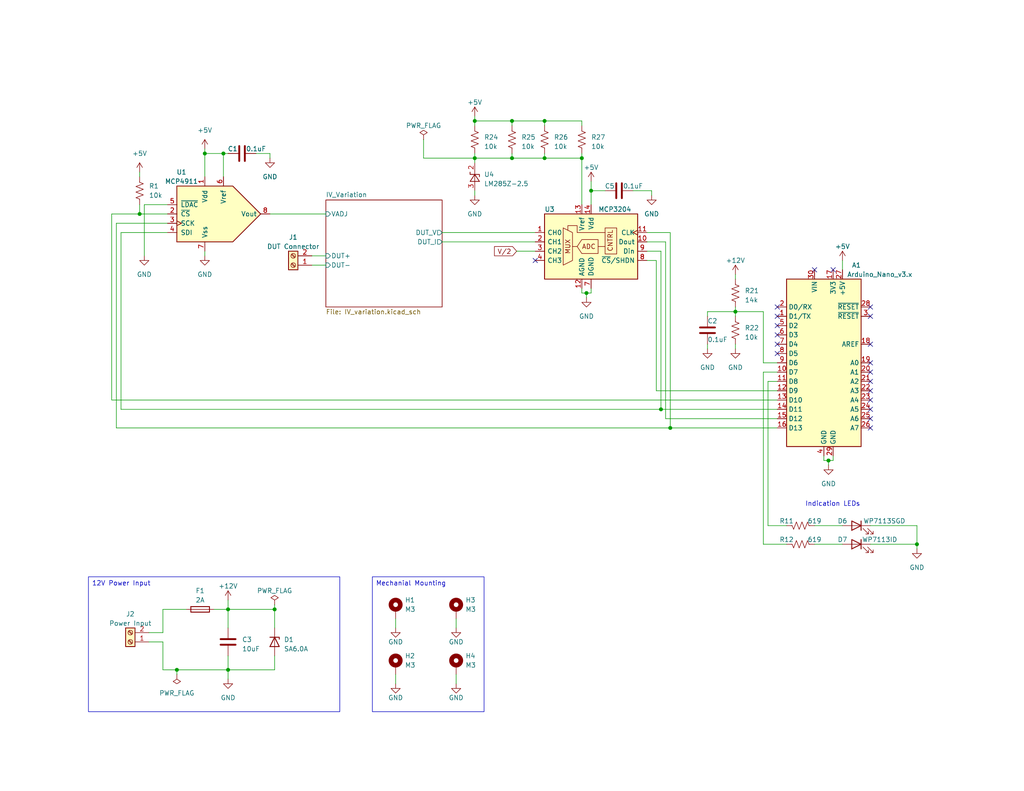
<source format=kicad_sch>
(kicad_sch (version 20230121) (generator eeschema)
  (paper "USLetter")
  (title_block (title "USB Curve Tracer") (date "2023-08-05") (rev "2") (comment 1 "Designed by Marek Newton"))
  (lib_symbols
    (symbol "Analog_ADC:MCP3204" (pin_names (offset 0.762))
      (property "Reference" "U" (at -5.08 10.795 0))
      (property "Value" "MCP3204" (at -5.08 8.89 0))
      (symbol "MCP3204_0_0"
        (text "ADC" (at -0.635 -1.27 0) (effects (font (size 1.27 1.27))))
        (text "CNTRL" (at 5.969 -2.667 900) (effects (font (size 1.27 1.27)) (justify left bottom)))
        (text "MUX" (at -6.35 -1.27 900) (effects (font (size 1.27 1.27))))
      )
      (symbol "MCP3204_0_1"
        (polyline (pts (xy -5.08 -1.27) (xy -3.81 -1.27)))
        (polyline (pts (xy 1.905 -1.27) (xy 3.81 -1.27)))
        (polyline (pts (xy -7.62 3.81) (xy -7.62 -6.35) (xy -5.08 -5.08) (xy -5.08 2.54) (xy -7.62 3.81)))
        (polyline (pts (xy 3.81 2.54) (xy -3.81 2.54) (xy -3.81 4.445) (xy -6.35 4.445) (xy -6.35 3.175)))
        (polyline (pts (xy -3.81 -1.27) (xy -2.54 0.635) (xy 1.905 0.635) (xy 1.905 -3.175) (xy -2.54 -3.175) (xy -3.81 -1.27)))
        (rectangle (start 3.81 -3.302) (end 6.985 3.81))
        (rectangle (start 12.7 7.62) (end -12.7 -10.16) (stroke (width 0.254)) (fill (type background)))
      )
      (symbol "MCP3204_1_1"
        (pin input line (at -15.24 2.54 0) (length 2.54) (name "CH0") (number "1"))
        (pin output line (at 15.24 0 180) (length 2.54) (name "Dout") (number "10"))
        (pin input clock (at 15.24 2.54 180) (length 2.54) (name "CLK") (number "11"))
        (pin power_in line (at -2.54 -12.7 90) (length 2.54) (name "AGND") (number "12"))
        (pin power_in line (at -2.54 10.16 270) (length 2.54) (name "Vref") (number "13"))
        (pin power_in line (at 0 10.16 270) (length 2.54) (name "Vdd") (number "14"))
        (pin input line (at -15.24 0 0) (length 2.54) (name "CH1") (number "2"))
        (pin input line (at -15.24 -2.54 0) (length 2.54) (name "CH2") (number "3"))
        (pin input line (at -15.24 -5.08 0) (length 2.54) (name "CH3") (number "4"))
        (pin no_connect line (at -10.16 -10.16 90) (length 2.54) hide (name "NC") (number "5"))
        (pin no_connect line (at -7.62 -10.16 90) (length 2.54) hide (name "NC") (number "6"))
        (pin power_in line (at 0 -12.7 90) (length 2.54) (name "DGND") (number "7"))
        (pin input line (at 15.24 -5.08 180) (length 2.54) (name "~{CS}/SHDN") (number "8"))
        (pin input line (at 15.24 -2.54 180) (length 2.54) (name "Din") (number "9"))
      )
    )
    (symbol "Analog_DAC:MCP4911" (pin_names (offset 1.016))
      (property "Reference" "U" (at 6.35 10.795 0))
      (property "Value" "MCP4911" (at 6.35 8.89 0))
      (symbol "MCP4911_0_0"
        (polyline (pts (xy 15.24 0) (xy 7.62 7.62) (xy -7.62 7.62) (xy -7.62 -7.62) (xy 7.62 -7.62) (xy 15.24 0)) (stroke (width 0.254)) (fill (type background)))
      )
      (symbol "MCP4911_1_1"
        (pin power_in line (at 0 10.16 270) (length 2.54) (name "Vdd") (number "1"))
        (pin input line (at -10.16 0 0) (length 2.54) (name "~{CS}") (number "2"))
        (pin input clock (at -10.16 -2.54 0) (length 2.54) (name "SCK") (number "3"))
        (pin input line (at -10.16 -5.08 0) (length 2.54) (name "SDI") (number "4"))
        (pin input line (at -10.16 2.54 0) (length 2.54) (name "~{LDAC}") (number "5"))
        (pin power_in line (at 5.08 10.16 270) (length 2.54) (name "Vref") (number "6"))
        (pin power_in line (at 0 -10.16 90) (length 2.54) (name "Vss") (number "7"))
        (pin output line (at 17.78 0 180) (length 2.54) (name "Vout") (number "8"))
      )
    )
    (symbol "Connector:Screw_Terminal_01x02" (pin_names (offset 1.016) hide)
      (property "Reference" "J" (at 0 2.54 0))
      (property "Value" "Screw_Terminal_01x02" (at 0 -5.08 0))
      (symbol "Screw_Terminal_01x02_1_1"
        (rectangle (start -1.27 1.27) (end 1.27 -3.81) (stroke (width 0.254)) (fill (type background)))
        (circle (center 0 -2.54) (radius 0.635) (stroke (width 0.1524)))
        (polyline (pts (xy -0.5334 -2.2098) (xy 0.3302 -3.048)) (stroke (width 0.1524)))
        (polyline (pts (xy -0.5334 0.3302) (xy 0.3302 -0.508)) (stroke (width 0.1524)))
        (polyline (pts (xy -0.3556 -2.032) (xy 0.508 -2.8702)) (stroke (width 0.1524)))
        (polyline (pts (xy -0.3556 0.508) (xy 0.508 -0.3302)) (stroke (width 0.1524)))
        (circle (center 0 0) (radius 0.635) (stroke (width 0.1524)))
        (pin passive line (at -5.08 0 0) (length 3.81) (name "Pin_1") (number "1"))
        (pin passive line (at -5.08 -2.54 0) (length 3.81) (name "Pin_2") (number "2"))
      )
    )
    (symbol "Device:C" (pin_numbers hide) (pin_names (offset 0.254))
      (property "Reference" "C" (at 0.635 2.54 0))
      (property "Value" "C" (at 0.635 -2.54 0))
      (symbol "C_0_1"
        (polyline (pts (xy -2.032 -0.762) (xy 2.032 -0.762)) (stroke (width 0.508)))
        (polyline (pts (xy -2.032 0.762) (xy 2.032 0.762)) (stroke (width 0.508)))
      )
      (symbol "C_1_1"
        (pin passive line (at 0 3.81 270) (length 2.794) (name "~") (number "1"))
        (pin passive line (at 0 -3.81 90) (length 2.794) (name "~") (number "2"))
      )
    )
    (symbol "Device:D_Zener" (pin_numbers hide) (pin_names (offset 1.016) hide)
      (property "Reference" "D" (at 0 2.54 0))
      (property "Value" "D_Zener" (at 0 -2.54 0))
      (symbol "D_Zener_0_1"
        (polyline (pts (xy 1.27 0) (xy -1.27 0)))
        (polyline (pts (xy -1.27 -1.27) (xy -1.27 1.27) (xy -0.762 1.27)) (stroke (width 0.254)))
        (polyline (pts (xy 1.27 -1.27) (xy 1.27 1.27) (xy -1.27 0) (xy 1.27 -1.27)) (stroke (width 0.254)))
      )
      (symbol "D_Zener_1_1"
        (pin passive line (at -3.81 0 0) (length 2.54) (name "K") (number "1"))
        (pin passive line (at 3.81 0 180) (length 2.54) (name "A") (number "2"))
      )
    )
    (symbol "Device:Fuse" (pin_numbers hide) (pin_names (offset 0))
      (property "Reference" "F" (at 2.032 0 90))
      (property "Value" "Fuse" (at -1.905 0 90))
      (symbol "Fuse_0_1"
        (rectangle (start -0.762 -2.54) (end 0.762 2.54) (stroke (width 0.254)))
        (polyline (pts (xy 0 2.54) (xy 0 -2.54)))
      )
      (symbol "Fuse_1_1"
        (pin passive line (at 0 3.81 270) (length 1.27) (name "~") (number "1"))
        (pin passive line (at 0 -3.81 90) (length 1.27) (name "~") (number "2"))
      )
    )
    (symbol "Device:LED" (pin_numbers hide) (pin_names (offset 1.016) hide)
      (property "Reference" "D" (at 0 2.54 0))
      (property "Value" "LED" (at 0 -2.54 0))
      (symbol "LED_0_1"
        (polyline (pts (xy -1.27 -1.27) (xy -1.27 1.27)) (stroke (width 0.254)))
        (polyline (pts (xy -1.27 0) (xy 1.27 0)))
        (polyline (pts (xy 1.27 -1.27) (xy 1.27 1.27) (xy -1.27 0) (xy 1.27 -1.27)) (stroke (width 0.254)))
        (polyline (pts (xy -3.048 -0.762) (xy -4.572 -2.286) (xy -3.81 -2.286) (xy -4.572 -2.286) (xy -4.572 -1.524)))
        (polyline (pts (xy -1.778 -0.762) (xy -3.302 -2.286) (xy -2.54 -2.286) (xy -3.302 -2.286) (xy -3.302 -1.524)))
      )
      (symbol "LED_1_1"
        (pin passive line (at -3.81 0 0) (length 2.54) (name "K") (number "1"))
        (pin passive line (at 3.81 0 180) (length 2.54) (name "A") (number "2"))
      )
    )
    (symbol "Device:R_US" (pin_numbers hide) (pin_names (offset 0))
      (property "Reference" "R" (at 2.54 0 90))
      (property "Value" "R_US" (at -2.54 0 90))
      (symbol "R_US_0_1"
        (polyline (pts (xy 0 -2.286) (xy 0 -2.54)))
        (polyline (pts (xy 0 2.286) (xy 0 2.54)))
        (polyline (pts (xy 0 -0.762) (xy 1.016 -1.143) (xy 0 -1.524) (xy -1.016 -1.905) (xy 0 -2.286)))
        (polyline (pts (xy 0 0.762) (xy 1.016 0.381) (xy 0 0) (xy -1.016 -0.381) (xy 0 -0.762)))
        (polyline (pts (xy 0 2.286) (xy 1.016 1.905) (xy 0 1.524) (xy -1.016 1.143) (xy 0 0.762)))
      )
      (symbol "R_US_1_1"
        (pin passive line (at 0 3.81 270) (length 1.27) (name "~") (number "1"))
        (pin passive line (at 0 -3.81 90) (length 1.27) (name "~") (number "2"))
      )
    )
    (symbol "MCU_Module:Arduino_Nano_v3.x"
      (property "Reference" "A" (at -10.16 23.495 0))
      (property "Value" "Arduino_Nano_v3.x" (at 5.08 -24.13 0))
      (symbol "Arduino_Nano_v3.x_0_1"
        (rectangle (start -10.16 22.86) (end 10.16 -22.86) (stroke (width 0.254)) (fill (type background)))
      )
      (symbol "Arduino_Nano_v3.x_1_1"
        (pin bidirectional line (at -12.7 12.7 0) (length 2.54) (name "D1/TX") (number "1"))
        (pin bidirectional line (at -12.7 -2.54 0) (length 2.54) (name "D7") (number "10"))
        (pin bidirectional line (at -12.7 -5.08 0) (length 2.54) (name "D8") (number "11"))
        (pin bidirectional line (at -12.7 -7.62 0) (length 2.54) (name "D9") (number "12"))
        (pin bidirectional line (at -12.7 -10.16 0) (length 2.54) (name "D10") (number "13"))
        (pin bidirectional line (at -12.7 -12.7 0) (length 2.54) (name "D11") (number "14"))
        (pin bidirectional line (at -12.7 -15.24 0) (length 2.54) (name "D12") (number "15"))
        (pin bidirectional line (at -12.7 -17.78 0) (length 2.54) (name "D13") (number "16"))
        (pin power_out line (at 2.54 25.4 270) (length 2.54) (name "3V3") (number "17"))
        (pin input line (at 12.7 5.08 180) (length 2.54) (name "AREF") (number "18"))
        (pin bidirectional line (at 12.7 0 180) (length 2.54) (name "A0") (number "19"))
        (pin bidirectional line (at -12.7 15.24 0) (length 2.54) (name "D0/RX") (number "2"))
        (pin bidirectional line (at 12.7 -2.54 180) (length 2.54) (name "A1") (number "20"))
        (pin bidirectional line (at 12.7 -5.08 180) (length 2.54) (name "A2") (number "21"))
        (pin bidirectional line (at 12.7 -7.62 180) (length 2.54) (name "A3") (number "22"))
        (pin bidirectional line (at 12.7 -10.16 180) (length 2.54) (name "A4") (number "23"))
        (pin bidirectional line (at 12.7 -12.7 180) (length 2.54) (name "A5") (number "24"))
        (pin bidirectional line (at 12.7 -15.24 180) (length 2.54) (name "A6") (number "25"))
        (pin bidirectional line (at 12.7 -17.78 180) (length 2.54) (name "A7") (number "26"))
        (pin power_out line (at 5.08 25.4 270) (length 2.54) (name "+5V") (number "27"))
        (pin input line (at 12.7 15.24 180) (length 2.54) (name "~{RESET}") (number "28"))
        (pin power_in line (at 2.54 -25.4 90) (length 2.54) (name "GND") (number "29"))
        (pin input line (at 12.7 12.7 180) (length 2.54) (name "~{RESET}") (number "3"))
        (pin power_in line (at -2.54 25.4 270) (length 2.54) (name "VIN") (number "30"))
        (pin power_in line (at 0 -25.4 90) (length 2.54) (name "GND") (number "4"))
        (pin bidirectional line (at -12.7 10.16 0) (length 2.54) (name "D2") (number "5"))
        (pin bidirectional line (at -12.7 7.62 0) (length 2.54) (name "D3") (number "6"))
        (pin bidirectional line (at -12.7 5.08 0) (length 2.54) (name "D4") (number "7"))
        (pin bidirectional line (at -12.7 2.54 0) (length 2.54) (name "D5") (number "8"))
        (pin bidirectional line (at -12.7 0 0) (length 2.54) (name "D6") (number "9"))
      )
    )
    (symbol "Mechanical:MountingHole_Pad" (pin_numbers hide) (pin_names (offset 1.016) hide)
      (property "Reference" "H" (at 0 6.35 0))
      (property "Value" "MountingHole_Pad" (at 0 4.445 0))
      (symbol "MountingHole_Pad_0_1"
        (circle (center 0 1.27) (radius 1.27) (stroke (width 1.27)))
      )
      (symbol "MountingHole_Pad_1_1"
        (pin input line (at 0 -2.54 90) (length 2.54) (name "1") (number "1"))
      )
    )
    (symbol "Reference_Voltage:LM285Z-2.5" (pin_names (offset 0.0254) hide)
      (property "Reference" "U" (at 0 2.54 0))
      (property "Value" "LM285Z-2.5" (at 0 -3.175 0))
      (symbol "LM285Z-2.5_0_1"
        (polyline (pts (xy -1.27 0) (xy 0 0) (xy 1.27 0)))
        (polyline (pts (xy -1.27 -1.27) (xy 0.635 0) (xy -1.27 1.27) (xy -1.27 -1.27)) (stroke (width 0.2032)))
        (polyline (pts (xy 0 -1.27) (xy 0.635 -1.27) (xy 0.635 1.27) (xy 1.27 1.27)) (stroke (width 0.2032)))
      )
      (symbol "LM285Z-2.5_1_1"
        (pin passive line (at 3.81 0 180) (length 2.54) (name "K") (number "2"))
        (pin passive line (at -3.81 0 0) (length 2.54) (name "A") (number "3"))
      )
    )
    (symbol "power:+12V" (power) (pin_names (offset 0))
      (property "Value" "+12V" (at 0 3.556 0))
      (symbol "+12V_0_1"
        (polyline (pts (xy -0.762 1.27) (xy 0 2.54)))
        (polyline (pts (xy 0 0) (xy 0 2.54)))
        (polyline (pts (xy 0 2.54) (xy 0.762 1.27)))
      )
      (symbol "+12V_1_1"
        (pin power_in line (at 0 0 90) (length 0) hide (name "+12V") (number "1"))
      )
    )
    (symbol "power:+5V" (power) (pin_names (offset 0))
      (property "Value" "+5V" (at 0 3.556 0))
      (symbol "+5V_0_1"
        (polyline (pts (xy -0.762 1.27) (xy 0 2.54)))
        (polyline (pts (xy 0 0) (xy 0 2.54)))
        (polyline (pts (xy 0 2.54) (xy 0.762 1.27)))
      )
      (symbol "+5V_1_1"
        (pin power_in line (at 0 0 90) (length 0) hide (name "+5V") (number "1"))
      )
    )
    (symbol "power:GND" (power) (pin_names (offset 0))
      (property "Value" "GND" (at 0 -3.81 0))
      (symbol "GND_0_1"
        (polyline (pts (xy 0 0) (xy 0 -1.27) (xy 1.27 -1.27) (xy 0 -2.54) (xy -1.27 -1.27) (xy 0 -1.27)))
      )
      (symbol "GND_1_1"
        (pin power_in line (at 0 0 270) (length 0) hide (name "GND") (number "1"))
      )
    )
    (symbol "power:PWR_FLAG" (power) (pin_numbers hide) (pin_names (offset 0) hide)
      (property "Value" "PWR_FLAG" (at 0 3.81 0))
      (symbol "PWR_FLAG_0_0"
        (pin power_out line (at 0 0 90) (length 0) (name "pwr") (number "1"))
      )
      (symbol "PWR_FLAG_0_1"
        (polyline (pts (xy 0 0) (xy 0 1.27) (xy -1.016 1.905) (xy 0 2.54) (xy 1.016 1.905) (xy 0 1.27)))
      )
    )
  )
  (junction (at 62.23 182.88))
  (junction (at 139.7 33.02))
  (junction (at 182.88 116.84))
  (junction (at 250.19 148.59))
  (junction (at 160.02 80.01))
  (junction (at 139.7 43.18))
  (junction (at 48.26 182.88))
  (junction (at 60.96 41.91))
  (junction (at 62.23 166.37))
  (junction (at 148.59 43.18))
  (junction (at 200.66 85.09))
  (junction (at 148.59 33.02))
  (junction (at 129.54 33.02))
  (junction (at 158.75 43.18))
  (junction (at 38.1 58.42))
  (junction (at 129.54 43.18))
  (junction (at 226.06 125.73))
  (junction (at 180.34 111.76))
  (junction (at 55.88 41.91))
  (junction (at 161.29 52.07))
  (junction (at 74.93 166.37))
  (no_connect (at 146.05 71.12))
  (no_connect (at 237.49 99.06))
  (no_connect (at 237.49 104.14))
  (no_connect (at 237.49 83.82))
  (no_connect (at 212.09 91.44))
  (no_connect (at 237.49 116.84))
  (no_connect (at 237.49 111.76))
  (no_connect (at 227.33 73.66))
  (no_connect (at 237.49 114.3))
  (no_connect (at 237.49 93.98))
  (no_connect (at 212.09 88.9))
  (no_connect (at 237.49 86.36))
  (no_connect (at 212.09 93.98))
  (no_connect (at 237.49 101.6))
  (no_connect (at 237.49 106.68))
  (no_connect (at 212.09 86.36))
  (no_connect (at 212.09 96.52))
  (no_connect (at 222.25 73.66))
  (no_connect (at 237.49 109.22))
  (no_connect (at 212.09 83.82))
  (wire (pts (xy 129.54 43.18) (xy 139.7 43.18)))
  (wire (pts (xy 40.64 172.72) (xy 44.45 172.72)))
  (wire (pts (xy 120.65 63.5) (xy 146.05 63.5)))
  (wire (pts (xy 250.19 148.59) (xy 237.49 148.59)))
  (wire (pts (xy 33.02 111.76) (xy 180.34 111.76)))
  (wire (pts (xy 182.88 116.84) (xy 182.88 63.5)))
  (wire (pts (xy 208.28 101.6) (xy 208.28 148.59)))
  (wire (pts (xy 200.66 83.82) (xy 200.66 85.09)))
  (wire (pts (xy 129.54 41.91) (xy 129.54 43.18)))
  (wire (pts (xy 30.48 109.22) (xy 30.48 58.42)))
  (wire (pts (xy 148.59 41.91) (xy 148.59 43.18)))
  (wire (pts (xy 224.79 125.73) (xy 226.06 125.73)))
  (wire (pts (xy 229.87 148.59) (xy 222.25 148.59)))
  (wire (pts (xy 58.42 166.37) (xy 62.23 166.37)))
  (wire (pts (xy 31.75 116.84) (xy 182.88 116.84)))
  (wire (pts (xy 200.66 85.09) (xy 200.66 86.36)))
  (wire (pts (xy 33.02 111.76) (xy 33.02 63.5)))
  (wire (pts (xy 250.19 148.59) (xy 250.19 143.51)))
  (wire (pts (xy 208.28 148.59) (xy 214.63 148.59)))
  (wire (pts (xy 74.93 179.07) (xy 74.93 182.88)))
  (wire (pts (xy 139.7 41.91) (xy 139.7 43.18)))
  (wire (pts (xy 227.33 125.73) (xy 227.33 124.46)))
  (wire (pts (xy 161.29 52.07) (xy 165.1 52.07)))
  (wire (pts (xy 181.61 114.3) (xy 181.61 66.04)))
  (wire (pts (xy 48.26 182.88) (xy 48.26 184.15)))
  (wire (pts (xy 177.8 52.07) (xy 177.8 53.34)))
  (wire (pts (xy 161.29 52.07) (xy 161.29 55.88)))
  (wire (pts (xy 85.09 69.85) (xy 88.9 69.85)))
  (wire (pts (xy 30.48 109.22) (xy 212.09 109.22)))
  (wire (pts (xy 48.26 182.88) (xy 62.23 182.88)))
  (wire (pts (xy 212.09 101.6) (xy 208.28 101.6)))
  (wire (pts (xy 44.45 175.26) (xy 44.45 182.88)))
  (wire (pts (xy 74.93 182.88) (xy 62.23 182.88)))
  (wire (pts (xy 160.02 80.01) (xy 160.02 81.28)))
  (wire (pts (xy 129.54 31.75) (xy 129.54 33.02)))
  (wire (pts (xy 158.75 78.74) (xy 158.75 80.01)))
  (wire (pts (xy 224.79 124.46) (xy 224.79 125.73)))
  (wire (pts (xy 62.23 179.07) (xy 62.23 182.88)))
  (wire (pts (xy 160.02 80.01) (xy 161.29 80.01)))
  (wire (pts (xy 226.06 125.73) (xy 227.33 125.73)))
  (wire (pts (xy 62.23 166.37) (xy 74.93 166.37)))
  (wire (pts (xy 55.88 41.91) (xy 55.88 48.26)))
  (wire (pts (xy 38.1 46.99) (xy 38.1 48.26)))
  (wire (pts (xy 140.97 68.58) (xy 146.05 68.58)))
  (wire (pts (xy 148.59 33.02) (xy 148.59 34.29)))
  (wire (pts (xy 115.57 43.18) (xy 129.54 43.18)))
  (wire (pts (xy 172.72 52.07) (xy 177.8 52.07)))
  (wire (pts (xy 55.88 40.64) (xy 55.88 41.91)))
  (wire (pts (xy 31.75 60.96) (xy 45.72 60.96)))
  (wire (pts (xy 180.34 68.58) (xy 180.34 111.76)))
  (wire (pts (xy 208.28 99.06) (xy 212.09 99.06)))
  (wire (pts (xy 250.19 149.86) (xy 250.19 148.59)))
  (wire (pts (xy 73.66 41.91) (xy 73.66 43.18)))
  (wire (pts (xy 60.96 41.91) (xy 60.96 48.26)))
  (wire (pts (xy 124.46 184.15) (xy 124.46 186.69)))
  (wire (pts (xy 38.1 58.42) (xy 38.1 55.88)))
  (wire (pts (xy 124.46 168.91) (xy 124.46 171.45)))
  (wire (pts (xy 39.37 55.88) (xy 45.72 55.88)))
  (wire (pts (xy 107.95 168.91) (xy 107.95 171.45)))
  (wire (pts (xy 74.93 165.1) (xy 74.93 166.37)))
  (wire (pts (xy 40.64 175.26) (xy 44.45 175.26)))
  (wire (pts (xy 139.7 33.02) (xy 148.59 33.02)))
  (wire (pts (xy 115.57 38.1) (xy 115.57 43.18)))
  (wire (pts (xy 180.34 111.76) (xy 212.09 111.76)))
  (wire (pts (xy 212.09 114.3) (xy 181.61 114.3)))
  (wire (pts (xy 161.29 49.53) (xy 161.29 52.07)))
  (wire (pts (xy 73.66 58.42) (xy 88.9 58.42)))
  (wire (pts (xy 39.37 69.85) (xy 39.37 55.88)))
  (wire (pts (xy 62.23 166.37) (xy 62.23 171.45)))
  (wire (pts (xy 214.63 143.51) (xy 209.55 143.51)))
  (wire (pts (xy 212.09 106.68) (xy 179.07 106.68)))
  (wire (pts (xy 229.87 143.51) (xy 222.25 143.51)))
  (wire (pts (xy 129.54 33.02) (xy 129.54 34.29)))
  (wire (pts (xy 30.48 58.42) (xy 38.1 58.42)))
  (wire (pts (xy 55.88 41.91) (xy 60.96 41.91)))
  (wire (pts (xy 209.55 104.14) (xy 212.09 104.14)))
  (wire (pts (xy 226.06 125.73) (xy 226.06 127)))
  (wire (pts (xy 212.09 116.84) (xy 182.88 116.84)))
  (wire (pts (xy 237.49 143.51) (xy 250.19 143.51)))
  (wire (pts (xy 44.45 172.72) (xy 44.45 166.37)))
  (wire (pts (xy 62.23 166.37) (xy 62.23 163.83)))
  (wire (pts (xy 200.66 74.93) (xy 200.66 76.2)))
  (wire (pts (xy 179.07 71.12) (xy 176.53 71.12)))
  (wire (pts (xy 55.88 68.58) (xy 55.88 69.85)))
  (wire (pts (xy 129.54 52.07) (xy 129.54 53.34)))
  (wire (pts (xy 176.53 68.58) (xy 180.34 68.58)))
  (wire (pts (xy 45.72 58.42) (xy 38.1 58.42)))
  (wire (pts (xy 229.87 71.12) (xy 229.87 73.66)))
  (wire (pts (xy 44.45 182.88) (xy 48.26 182.88)))
  (wire (pts (xy 179.07 106.68) (xy 179.07 71.12)))
  (wire (pts (xy 62.23 182.88) (xy 62.23 185.42)))
  (wire (pts (xy 60.96 41.91) (xy 62.23 41.91)))
  (wire (pts (xy 158.75 43.18) (xy 158.75 55.88)))
  (wire (pts (xy 161.29 78.74) (xy 161.29 80.01)))
  (wire (pts (xy 69.85 41.91) (xy 73.66 41.91)))
  (wire (pts (xy 193.04 95.25) (xy 193.04 93.98)))
  (wire (pts (xy 182.88 63.5) (xy 176.53 63.5)))
  (wire (pts (xy 120.65 66.04) (xy 146.05 66.04)))
  (wire (pts (xy 148.59 43.18) (xy 158.75 43.18)))
  (wire (pts (xy 181.61 66.04) (xy 176.53 66.04)))
  (wire (pts (xy 129.54 33.02) (xy 139.7 33.02)))
  (wire (pts (xy 158.75 33.02) (xy 158.75 34.29)))
  (wire (pts (xy 209.55 143.51) (xy 209.55 104.14)))
  (wire (pts (xy 139.7 43.18) (xy 148.59 43.18)))
  (wire (pts (xy 158.75 41.91) (xy 158.75 43.18)))
  (wire (pts (xy 200.66 93.98) (xy 200.66 95.25)))
  (wire (pts (xy 44.45 166.37) (xy 50.8 166.37)))
  (wire (pts (xy 158.75 80.01) (xy 160.02 80.01)))
  (wire (pts (xy 85.09 72.39) (xy 88.9 72.39)))
  (wire (pts (xy 33.02 63.5) (xy 45.72 63.5)))
  (wire (pts (xy 200.66 85.09) (xy 208.28 85.09)))
  (wire (pts (xy 139.7 33.02) (xy 139.7 34.29)))
  (wire (pts (xy 31.75 116.84) (xy 31.75 60.96)))
  (wire (pts (xy 107.95 184.15) (xy 107.95 186.69)))
  (wire (pts (xy 193.04 86.36) (xy 193.04 85.09)))
  (wire (pts (xy 148.59 33.02) (xy 158.75 33.02)))
  (wire (pts (xy 129.54 43.18) (xy 129.54 44.45)))
  (wire (pts (xy 193.04 85.09) (xy 200.66 85.09)))
  (wire (pts (xy 74.93 166.37) (xy 74.93 171.45)))
  (wire (pts (xy 208.28 85.09) (xy 208.28 99.06)))
  (text_box "12V Power Input" (at 24.13 157.48 0) (size 68.58 36.83) (effects (font (size 1.27 1.27)) (justify left top)))
  (text_box "Mechanial Mounting" (at 101.6 157.48 0) (size 30.48 36.83) (effects (font (size 1.27 1.27)) (justify left top)))
  (text "Indication LEDs" (at 219.71 138.43 0) (effects (font (size 1.27 1.27)) (justify left bottom)))
  (global_label "V{slash}2" (shape input) (at 140.97 68.58 180) (property "Intersheetrefs" "${INTERSHEET_REFS}" (effects hide)))
  (symbol (lib_id "Device:R_US") (at 139.7 38.1 0) (unit 1)
    (property "Reference" "R25" (at 142.24 37.465 0) (effects (justify left)))
    (property "Value" "10k" (at 142.24 40.005 0) (effects (justify left)))
    (property "Footprint" "Resistor_THT:R_Axial_DIN0207_L6.3mm_D2.5mm_P7.62mm_Horizontal" (effects hide))
  )
  (symbol (lib_id "power:GND") (at 62.23 185.42 0) (unit 1)
    (property "Reference" "#PWR012" (effects hide))
    (property "Value" "GND" (at 62.23 190.5 0))
  )
  (symbol (lib_id "power:+5V") (at 161.29 49.53 0) (unit 1)
    (property "Reference" "#PWR024" (effects hide))
    (property "Value" "+5V" (at 161.29 45.72 0))
  )
  (symbol (lib_id "power:+5V") (at 55.88 40.64 0) (unit 1)
    (property "Reference" "#PWR010" (effects hide))
    (property "Value" "+5V" (at 55.88 35.56 0))
  )
  (symbol (lib_id "power:PWR_FLAG") (at 115.57 38.1 0) (unit 1)
    (property "Reference" "#FLG03" (effects hide))
    (property "Value" "PWR_FLAG" (at 115.57 34.29 0))
  )
  (symbol (lib_id "power:GND") (at 177.8 53.34 0) (mirror y) (unit 1)
    (property "Reference" "#PWR026" (effects hide))
    (property "Value" "GND" (at 177.8 58.42 0))
  )
  (symbol (lib_id "power:+5V") (at 38.1 46.99 0) (unit 1)
    (property "Reference" "#PWR01" (effects hide))
    (property "Value" "+5V" (at 38.1 41.91 0))
  )
  (symbol (lib_id "Device:Fuse") (at 54.61 166.37 90) (unit 1)
    (property "Reference" "F1" (at 54.61 161.29 90))
    (property "Value" "2A" (at 54.61 163.83 90))
    (property "Footprint" "Fuse:Fuse_1206_3216Metric_Pad1.42x1.75mm_HandSolder" (effects hide))
  )
  (symbol (lib_id "power:+12V") (at 62.23 163.83 0) (unit 1)
    (property "Reference" "#PWR013" (effects hide))
    (property "Value" "+12V" (at 62.23 160.02 0))
  )
  (symbol (lib_id "Mechanical:MountingHole_Pad") (at 107.95 166.37 0) (unit 1) (in_bom no)
    (property "Reference" "H1" (at 110.49 163.8299 0) (effects (justify left)))
    (property "Value" "M3" (at 110.49 166.3699 0) (effects (justify left)))
    (property "Footprint" "MountingHole:MountingHole_3.2mm_M3_Pad_Via" (effects hide))
  )
  (symbol (lib_id "Device:R_US") (at 129.54 38.1 0) (unit 1)
    (property "Reference" "R24" (at 132.08 37.465 0) (effects (justify left)))
    (property "Value" "10k" (at 132.08 40.005 0) (effects (justify left)))
    (property "Footprint" "Resistor_THT:R_Axial_DIN0207_L6.3mm_D2.5mm_P7.62mm_Horizontal" (effects hide))
  )
  (symbol (lib_id "Device:C") (at 168.91 52.07 90) (unit 1)
    (property "Reference" "C5" (at 166.37 50.8 90))
    (property "Value" "0.1uF" (at 172.72 50.8 90))
    (property "Footprint" "Capacitor_THT:C_Disc_D6.0mm_W2.5mm_P5.00mm" (effects hide))
  )
  (symbol (lib_id "power:+12V") (at 200.66 74.93 0) (unit 1)
    (property "Reference" "#PWR030" (effects hide))
    (property "Value" "+12V" (at 200.66 71.12 0))
  )
  (symbol (lib_id "Device:R_US") (at 38.1 52.07 0) (unit 1)
    (property "Reference" "R1" (at 40.64 50.7999 0) (effects (justify left)))
    (property "Value" "10k" (at 40.64 53.3399 0) (effects (justify left)))
    (property "Footprint" "Resistor_THT:R_Axial_DIN0207_L6.3mm_D2.5mm_P7.62mm_Horizontal" (effects hide))
  )
  (symbol (lib_id "power:GND") (at 226.06 127 0) (mirror y) (unit 1)
    (property "Reference" "#PWR011" (effects hide))
    (property "Value" "GND" (at 226.06 132.08 0))
  )
  (symbol (lib_id "power:GND") (at 124.46 171.45 0) (unit 1)
    (property "Reference" "#PWR07" (effects hide))
    (property "Value" "GND" (at 124.46 175.26 0))
  )
  (symbol (lib_id "power:GND") (at 129.54 53.34 0) (mirror y) (unit 1)
    (property "Reference" "#PWR031" (effects hide))
    (property "Value" "GND" (at 129.54 58.42 0))
  )
  (symbol (lib_id "Device:LED") (at 233.68 143.51 0) (mirror y) (unit 1)
    (property "Reference" "D6" (at 229.87 142.24 0))
    (property "Value" "WP7113SGD" (at 241.3 142.24 0))
    (property "Footprint" "LED_THT:LED_D5.0mm" (effects hide))
  )
  (symbol (lib_id "power:GND") (at 250.19 149.86 0) (unit 1)
    (property "Reference" "#PWR025" (effects hide))
    (property "Value" "GND" (at 250.19 154.94 0))
  )
  (symbol (lib_id "power:GND") (at 55.88 69.85 0) (mirror y) (unit 1)
    (property "Reference" "#PWR014" (effects hide))
    (property "Value" "GND" (at 55.88 74.93 0))
  )
  (symbol (lib_id "power:GND") (at 160.02 81.28 0) (mirror y) (unit 1)
    (property "Reference" "#PWR023" (effects hide))
    (property "Value" "GND" (at 160.02 86.36 0))
  )
  (symbol (lib_id "Mechanical:MountingHole_Pad") (at 124.46 166.37 0) (unit 1) (in_bom no)
    (property "Reference" "H3" (at 127 163.8299 0) (effects (justify left)))
    (property "Value" "M3" (at 127 166.3699 0) (effects (justify left)))
    (property "Footprint" "MountingHole:MountingHole_3.2mm_M3_Pad_Via" (effects hide))
  )
  (symbol (lib_id "Device:C") (at 62.23 175.26 0) (unit 1)
    (property "Reference" "C3" (at 66.04 174.625 0) (effects (justify left)))
    (property "Value" "10uF" (at 66.04 177.165 0) (effects (justify left)))
    (property "Footprint" "Capacitor_THT:C_Disc_D6.0mm_W2.5mm_P5.00mm" (effects hide))
  )
  (symbol (lib_id "Connector:Screw_Terminal_01x02") (at 80.01 72.39 180) (unit 1)
    (property "Reference" "J1" (at 80.01 64.77 0))
    (property "Value" "DUT Connector" (at 80.01 67.31 0))
    (property "Footprint" "TerminalBlock_Phoenix:TerminalBlock_Phoenix_MKDS-1,5-2-5.08_1x02_P5.08mm_Horizontal" (effects hide))
  )
  (symbol (lib_id "power:GND") (at 73.66 43.18 0) (mirror y) (unit 1)
    (property "Reference" "#PWR016" (effects hide))
    (property "Value" "GND" (at 73.66 48.26 0))
  )
  (symbol (lib_id "Connector:Screw_Terminal_01x02") (at 35.56 175.26 180) (unit 1)
    (property "Reference" "J2" (at 35.56 167.64 0))
    (property "Value" "Power Input" (at 35.56 170.18 0))
    (property "Footprint" "TerminalBlock_Phoenix:TerminalBlock_Phoenix_MKDS-1,5-2-5.08_1x02_P5.08mm_Horizontal" (effects hide))
  )
  (symbol (lib_id "power:PWR_FLAG") (at 48.26 184.15 180) (unit 1)
    (property "Reference" "#FLG01" (effects hide))
    (property "Value" "PWR_FLAG" (at 48.26 189.23 0))
  )
  (symbol (lib_id "power:PWR_FLAG") (at 74.93 165.1 0) (unit 1)
    (property "Reference" "#FLG02" (effects hide))
    (property "Value" "PWR_FLAG" (at 74.93 161.29 0))
  )
  (symbol (lib_id "Device:R_US") (at 158.75 38.1 0) (unit 1)
    (property "Reference" "R27" (at 161.29 37.465 0) (effects (justify left)))
    (property "Value" "10k" (at 161.29 40.005 0) (effects (justify left)))
    (property "Footprint" "Resistor_THT:R_Axial_DIN0207_L6.3mm_D2.5mm_P7.62mm_Horizontal" (effects hide))
  )
  (symbol (lib_id "Device:C") (at 193.04 90.17 0) (unit 1)
    (property "Reference" "C2" (at 193.04 87.63 0) (effects (justify left)))
    (property "Value" "0.1uF" (at 193.04 92.71 0) (effects (justify left)))
    (property "Footprint" "Capacitor_THT:C_Disc_D6.0mm_W2.5mm_P5.00mm" (effects hide))
  )
  (symbol (lib_id "Device:R_US") (at 200.66 90.17 0) (unit 1)
    (property "Reference" "R22" (at 203.2 89.535 0) (effects (justify left)))
    (property "Value" "10k" (at 203.2 92.075 0) (effects (justify left)))
    (property "Footprint" "Resistor_THT:R_Axial_DIN0207_L6.3mm_D2.5mm_P7.62mm_Horizontal" (effects hide))
  )
  (symbol (lib_id "Device:R_US") (at 200.66 80.01 0) (unit 1)
    (property "Reference" "R21" (at 203.2 79.375 0) (effects (justify left)))
    (property "Value" "14k" (at 203.2 81.915 0) (effects (justify left)))
    (property "Footprint" "Resistor_THT:R_Axial_DIN0207_L6.3mm_D2.5mm_P7.62mm_Horizontal" (effects hide))
  )
  (symbol (lib_id "Device:LED") (at 233.68 148.59 0) (mirror y) (unit 1)
    (property "Reference" "D7" (at 229.87 147.32 0))
    (property "Value" "WP7113ID" (at 240.03 147.32 0))
    (property "Footprint" "LED_THT:LED_D5.0mm" (effects hide))
  )
  (symbol (lib_id "power:GND") (at 193.04 95.25 0) (unit 1)
    (property "Reference" "#PWR017" (effects hide))
    (property "Value" "GND" (at 193.04 100.33 0))
  )
  (symbol (lib_id "Device:R_US") (at 218.44 143.51 270) (mirror x) (unit 1)
    (property "Reference" "R11" (at 214.63 142.24 90))
    (property "Value" "619" (at 222.25 142.24 90))
    (property "Footprint" "Resistor_THT:R_Axial_DIN0207_L6.3mm_D2.5mm_P7.62mm_Horizontal" (effects hide))
  )
  (symbol (lib_id "power:GND") (at 107.95 186.69 0) (unit 1)
    (property "Reference" "#PWR06" (effects hide))
    (property "Value" "GND" (at 107.95 190.5 0))
  )
  (symbol (lib_id "Device:R_US") (at 148.59 38.1 0) (unit 1)
    (property "Reference" "R26" (at 151.13 37.465 0) (effects (justify left)))
    (property "Value" "10k" (at 151.13 40.005 0) (effects (justify left)))
    (property "Footprint" "Resistor_THT:R_Axial_DIN0207_L6.3mm_D2.5mm_P7.62mm_Horizontal" (effects hide))
  )
  (symbol (lib_id "Analog_ADC:MCP3204") (at 161.29 66.04 0) (unit 1)
    (property "Reference" "U3" (at 148.59 57.15 0) (effects (justify left)))
    (property "Value" "MCP3204" (at 163.2459 57.15 0) (effects (justify left)))
    (property "Footprint" "Package_DIP:DIP-14_W7.62mm" (effects hide))
    (property "Datasheet" "http://ww1.microchip.com/downloads/en/DeviceDoc/21298c.pdf" (effects hide))
  )
  (symbol (lib_id "power:GND") (at 124.46 186.69 0) (unit 1)
    (property "Reference" "#PWR08" (effects hide))
    (property "Value" "GND" (at 124.46 190.5 0))
  )
  (symbol (lib_id "Device:C") (at 66.04 41.91 90) (unit 1)
    (property "Reference" "C1" (at 63.5 40.64 90))
    (property "Value" "0.1uF" (at 69.85 40.64 90))
    (property "Footprint" "Capacitor_THT:C_Disc_D6.0mm_W2.5mm_P5.00mm" (effects hide))
  )
  (symbol (lib_id "power:GND") (at 107.95 171.45 0) (unit 1)
    (property "Reference" "#PWR05" (effects hide))
    (property "Value" "GND" (at 107.95 175.26 0))
  )
  (symbol (lib_id "Device:R_US") (at 218.44 148.59 270) (mirror x) (unit 1)
    (property "Reference" "R12" (at 214.63 147.32 90))
    (property "Value" "619" (at 222.25 147.32 90))
    (property "Footprint" "Resistor_THT:R_Axial_DIN0207_L6.3mm_D2.5mm_P7.62mm_Horizontal" (effects hide))
  )
  (symbol (lib_id "Mechanical:MountingHole_Pad") (at 107.95 181.61 0) (unit 1) (in_bom no)
    (property "Reference" "H2" (at 110.49 179.0699 0) (effects (justify left)))
    (property "Value" "M3" (at 110.49 181.6099 0) (effects (justify left)))
    (property "Footprint" "MountingHole:MountingHole_3.2mm_M3_Pad_Via" (effects hide))
  )
  (symbol (lib_id "Device:D_Zener") (at 74.93 175.26 270) (unit 1)
    (property "Reference" "D1" (at 77.47 174.625 90) (effects (justify left)))
    (property "Value" "SA6.0A" (at 77.47 177.165 90) (effects (justify left)))
    (property "Footprint" "Diode_THT:D_DO-15_P10.16mm_Horizontal" (effects hide))
  )
  (symbol (lib_id "Reference_Voltage:LM285Z-2.5") (at 129.54 48.26 90) (unit 1)
    (property "Reference" "U4" (at 132.08 47.625 90) (effects (justify right)))
    (property "Value" "LM285Z-2.5" (at 132.08 50.165 90) (effects (justify right)))
    (property "Footprint" "Package_TO_SOT_THT:TO-92_Inline" (effects hide))
    (property "Datasheet" "http://www.onsemi.com/pub_link/Collateral/LM285-D.PDF" (effects hide))
  )
  (symbol (lib_id "power:GND") (at 39.37 69.85 0) (mirror y) (unit 1)
    (property "Reference" "#PWR02" (effects hide))
    (property "Value" "GND" (at 39.37 74.93 0))
  )
  (symbol (lib_id "Analog_DAC:MCP4911") (at 55.88 58.42 0) (unit 1)
    (property "Reference" "U1" (at 49.53 46.99 0))
    (property "Value" "MCP4911" (at 49.53 49.53 0))
    (property "Footprint" "Package_DIP:DIP-8_W7.62mm" (effects hide))
    (property "Datasheet" "http://ww1.microchip.com/downloads/en/DeviceDoc/22248a.pdf" (effects hide))
  )
  (symbol (lib_id "Mechanical:MountingHole_Pad") (at 124.46 181.61 0) (unit 1) (in_bom no)
    (property "Reference" "H4" (at 127 179.0699 0) (effects (justify left)))
    (property "Value" "M3" (at 127 181.6099 0) (effects (justify left)))
    (property "Footprint" "MountingHole:MountingHole_3.2mm_M3_Pad_Via" (effects hide))
  )
  (symbol (lib_id "MCU_Module:Arduino_Nano_v3.x") (at 224.79 99.06 0) (unit 1)
    (property "Reference" "A1" (at 232.41 72.39 0) (effects (justify left)))
    (property "Value" "Arduino_Nano_v3.x" (at 231.14 74.93 0) (effects (justify left)))
    (property "Footprint" "Module:Arduino_Nano" (effects hide))
    (property "Datasheet" "http://www.mouser.com/pdfdocs/Gravitech_Arduino_Nano3_0.pdf" (effects hide))
  )
  (symbol (lib_id "power:+5V") (at 229.87 71.12 0) (unit 1)
    (property "Reference" "#PWR09" (effects hide))
    (property "Value" "+5V" (at 229.87 67.31 0))
  )
  (symbol (lib_id "power:GND") (at 200.66 95.25 0) (unit 1)
    (property "Reference" "#PWR028" (effects hide))
    (property "Value" "GND" (at 200.66 100.33 0))
  )
  (symbol (lib_id "power:+5V") (at 129.54 31.75 0) (unit 1)
    (property "Reference" "#PWR032" (effects hide))
    (property "Value" "+5V" (at 129.54 27.94 0))
  )
  (sheet (at 88.9 54.61) (size 31.75 29.21) (stroke (width 0.1524))
    (property "Sheetname" "IV_Variation" (at 88.9 53.8984 0) (effects (justify left bottom)))
    (property "Sheetfile" "IV_variation.kicad_sch" (at 88.9 84.4046 0) (effects (justify left top)))
    (pin "DUT-" input (at 88.9 72.39 180))
    (pin "DUT+" input (at 88.9 69.85 180))
    (pin "DUT_I" output (at 120.65 66.04 0))
    (pin "DUT_V" output (at 120.65 63.5 0))
    (pin "VADJ" input (at 88.9 58.42 180))
  )
)
</source>
